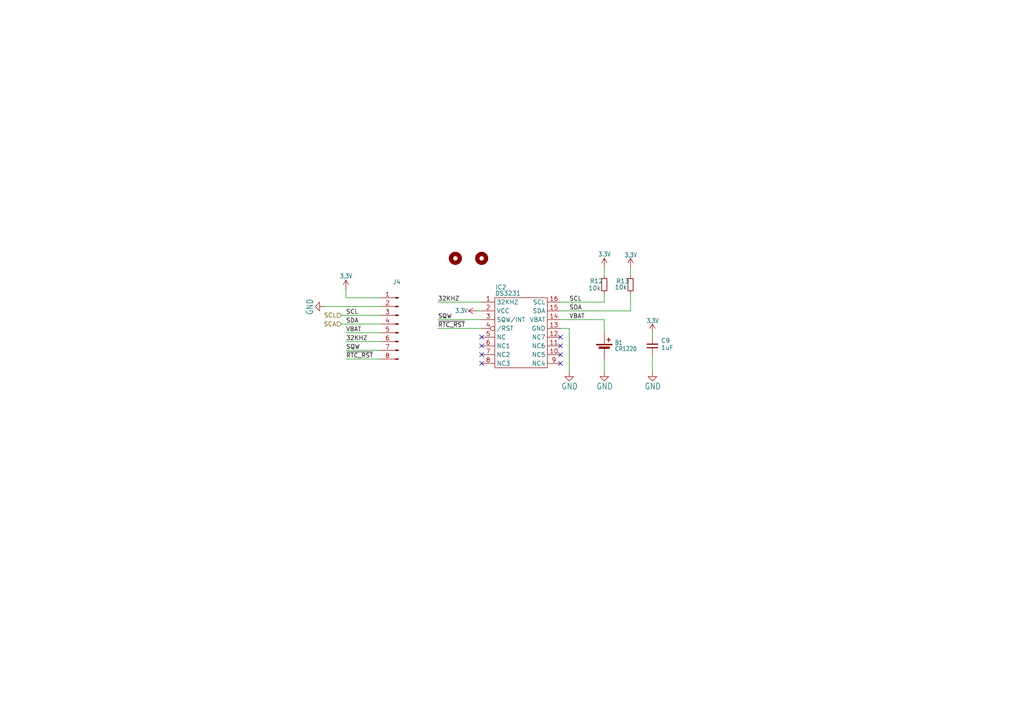
<source format=kicad_sch>
(kicad_sch (version 20231120) (generator "eeschema") (generator_version "8.0")
  (paper "A4")
  (lib_symbols
    (symbol "Connector:Conn_01x08_Pin" (pin_names (offset 1.016) hide)
      (property "Reference" "J" (at 0 10.16 0))
      (property "Value" "Conn_01x08_Pin" (at 0 -12.7 0))
      (symbol "Conn_01x08_Pin_1_1"
        (polyline (pts (xy 1.27 -10.16) (xy 0.8636 -10.16)) (stroke (width 0.1524)))
        (polyline (pts (xy 1.27 -7.62) (xy 0.8636 -7.62)) (stroke (width 0.1524)))
        (polyline (pts (xy 1.27 -5.08) (xy 0.8636 -5.08)) (stroke (width 0.1524)))
        (polyline (pts (xy 1.27 -2.54) (xy 0.8636 -2.54)) (stroke (width 0.1524)))
        (polyline (pts (xy 1.27 0) (xy 0.8636 0)) (stroke (width 0.1524)))
        (polyline (pts (xy 1.27 2.54) (xy 0.8636 2.54)) (stroke (width 0.1524)))
        (polyline (pts (xy 1.27 5.08) (xy 0.8636 5.08)) (stroke (width 0.1524)))
        (polyline (pts (xy 1.27 7.62) (xy 0.8636 7.62)) (stroke (width 0.1524)))
        (rectangle (start 0.8636 -10.033) (end 0 -10.287) (stroke (width 0.1524)) (fill (type outline)))
        (rectangle (start 0.8636 -7.493) (end 0 -7.747) (stroke (width 0.1524)) (fill (type outline)))
        (rectangle (start 0.8636 -4.953) (end 0 -5.207) (stroke (width 0.1524)) (fill (type outline)))
        (rectangle (start 0.8636 -2.413) (end 0 -2.667) (stroke (width 0.1524)) (fill (type outline)))
        (rectangle (start 0.8636 0.127) (end 0 -0.127) (stroke (width 0.1524)) (fill (type outline)))
        (rectangle (start 0.8636 2.667) (end 0 2.413) (stroke (width 0.1524)) (fill (type outline)))
        (rectangle (start 0.8636 5.207) (end 0 4.953) (stroke (width 0.1524)) (fill (type outline)))
        (rectangle (start 0.8636 7.747) (end 0 7.493) (stroke (width 0.1524)) (fill (type outline)))
        (pin passive line (at 5.08 7.62 180) (length 3.81) (name "Pin_1") (number "1"))
        (pin passive line (at 5.08 5.08 180) (length 3.81) (name "Pin_2") (number "2"))
        (pin passive line (at 5.08 2.54 180) (length 3.81) (name "Pin_3") (number "3"))
        (pin passive line (at 5.08 0 180) (length 3.81) (name "Pin_4") (number "4"))
        (pin passive line (at 5.08 -2.54 180) (length 3.81) (name "Pin_5") (number "5"))
        (pin passive line (at 5.08 -5.08 180) (length 3.81) (name "Pin_6") (number "6"))
        (pin passive line (at 5.08 -7.62 180) (length 3.81) (name "Pin_7") (number "7"))
        (pin passive line (at 5.08 -10.16 180) (length 3.81) (name "Pin_8") (number "8"))
      )
    )
    (symbol "Device:Battery_Cell" (pin_numbers hide) (pin_names (offset 0) hide)
      (property "Reference" "BT" (at 2.54 2.54 0))
      (property "Value" "Battery_Cell" (at 2.54 0 0))
      (symbol "Battery_Cell_0_1"
        (rectangle (start -2.286 1.778) (end 2.286 1.524) (fill (type outline)))
        (rectangle (start -1.524 1.016) (end 1.524 0.508) (fill (type outline)))
        (polyline (pts (xy 0 0.762) (xy 0 0)))
        (polyline (pts (xy 0 1.778) (xy 0 2.54)))
        (polyline (pts (xy 0.762 3.048) (xy 1.778 3.048)) (stroke (width 0.254)))
        (polyline (pts (xy 1.27 3.556) (xy 1.27 2.54)) (stroke (width 0.254)))
      )
      (symbol "Battery_Cell_1_1"
        (pin passive line (at 0 5.08 270) (length 2.54) (name "+") (number "1"))
        (pin passive line (at 0 -2.54 90) (length 2.54) (name "-") (number "2"))
      )
    )
    (symbol "Device:C_Small" (pin_numbers hide) (pin_names (offset 0.254) hide)
      (property "Reference" "C" (at 0.254 1.778 0))
      (property "Value" "C_Small" (at 0.254 -2.032 0))
      (symbol "C_Small_0_1"
        (polyline (pts (xy -1.524 -0.508) (xy 1.524 -0.508)) (stroke (width 0.3302)))
        (polyline (pts (xy -1.524 0.508) (xy 1.524 0.508)) (stroke (width 0.3048)))
      )
      (symbol "C_Small_1_1"
        (pin passive line (at 0 2.54 270) (length 2.032) (name "~") (number "1"))
        (pin passive line (at 0 -2.54 90) (length 2.032) (name "~") (number "2"))
      )
    )
    (symbol "Device:R_Small" (pin_numbers hide) (pin_names (offset 0.254) hide)
      (property "Reference" "R" (at 0.762 0.508 0))
      (property "Value" "R_Small" (at 0.762 -1.016 0))
      (symbol "R_Small_0_1"
        (rectangle (start -0.762 1.778) (end 0.762 -1.778) (stroke (width 0.2032)))
      )
      (symbol "R_Small_1_1"
        (pin passive line (at 0 2.54 270) (length 0.762) (name "~") (number "1"))
        (pin passive line (at 0 -2.54 90) (length 0.762) (name "~") (number "2"))
      )
    )
    (symbol "Mechanical:MountingHole" (pin_names (offset 1.016))
      (property "Reference" "H" (at 0 5.08 0))
      (property "Value" "MountingHole" (at 0 3.175 0))
      (symbol "MountingHole_0_1"
        (circle (center 0 0) (radius 1.27) (stroke (width 1.27)))
      )
    )
    (symbol "external_library:DS3231"
      (property "Reference" "IC" (at 1.016 23.368 0))
      (property "Value" "DS3231" (at 3.556 21.336 0))
      (symbol "DS3231_0_1"
        (rectangle (start 0 20.32) (end 15.24 0))
      )
      (symbol "DS3231_1_0"
        (pin passive line (at -3.81 19.05 0) (length 3.81) (name "32KHZ") (number "1"))
        (pin passive line (at 19.05 3.81 180) (length 3.81) (name "NC5") (number "10"))
        (pin passive line (at 19.05 6.35 180) (length 3.81) (name "NC6") (number "11"))
        (pin passive line (at 19.05 8.89 180) (length 3.81) (name "NC7") (number "12"))
        (pin passive line (at 19.05 11.43 180) (length 3.81) (name "GND") (number "13"))
        (pin passive line (at 19.05 13.97 180) (length 3.81) (name "VBAT") (number "14"))
        (pin passive line (at 19.05 16.51 180) (length 3.81) (name "SDA") (number "15"))
        (pin passive line (at 19.05 19.05 180) (length 3.81) (name "SCL") (number "16"))
        (pin passive line (at -3.81 16.51 0) (length 3.81) (name "VCC") (number "2"))
        (pin passive line (at -3.81 13.97 0) (length 3.81) (name "SQW/INT") (number "3"))
        (pin passive inverted (at -3.81 11.43 0) (length 3.81) (name "/RST") (number "4"))
        (pin passive line (at -3.81 8.89 0) (length 3.81) (name "NC") (number "5"))
        (pin passive line (at -3.81 6.35 0) (length 3.81) (name "NC1") (number "6"))
        (pin passive line (at -3.81 3.81 0) (length 3.81) (name "NC2") (number "7"))
        (pin passive line (at -3.81 1.27 0) (length 3.81) (name "NC3") (number "8"))
        (pin passive line (at 19.05 1.27 180) (length 3.81) (name "NC4") (number "9"))
      )
    )
    (symbol "power:+3.3V" (power) (pin_numbers hide) (pin_names (offset 0) hide)
      (property "Value" "+3.3V" (at 0 3.556 0))
      (symbol "+3.3V_0_1"
        (polyline (pts (xy -0.762 1.27) (xy 0 2.54)))
        (polyline (pts (xy 0 0) (xy 0 2.54)))
        (polyline (pts (xy 0 2.54) (xy 0.762 1.27)))
      )
      (symbol "+3.3V_1_1"
        (pin power_in line (at 0 0 90) (length 0) (name "~") (number "1"))
      )
    )
    (symbol "power:GND" (power) (pin_numbers hide) (pin_names (offset 0) hide)
      (property "Value" "GND" (at 0 -3.81 0))
      (symbol "GND_0_1"
        (polyline (pts (xy 0 0) (xy 0 -1.27) (xy 1.27 -1.27) (xy 0 -2.54) (xy -1.27 -1.27) (xy 0 -1.27)))
      )
      (symbol "GND_1_1"
        (pin power_in line (at 0 0 270) (length 0) (name "~") (number "1"))
      )
    )
  )
  (no_connect (at 139.7 105.41))
  (no_connect (at 162.56 97.79))
  (no_connect (at 162.56 102.87))
  (no_connect (at 139.7 102.87))
  (no_connect (at 139.7 97.79))
  (no_connect (at 162.56 105.41))
  (no_connect (at 162.56 100.33))
  (no_connect (at 139.7 100.33))
  (wire (pts (xy 182.88 90.17) (xy 182.88 87.63)) (stroke (width 0.1524)))
  (wire (pts (xy 162.56 92.71) (xy 175.26 92.71)) (stroke (width 0.1524)))
  (wire (pts (xy 110.49 104.14) (xy 100.33 104.14)) (stroke (width 0.1524)))
  (wire (pts (xy 93.98 88.9) (xy 110.49 88.9)) (stroke (width 0.1524)))
  (wire (pts (xy 182.88 85.09) (xy 182.88 87.63)))
  (wire (pts (xy 99.06 91.44) (xy 100.33 91.44)))
  (wire (pts (xy 110.49 96.52) (xy 100.33 96.52)) (stroke (width 0.1524)))
  (wire (pts (xy 138.43 90.17) (xy 139.7 90.17)))
  (wire (pts (xy 162.56 87.63) (xy 175.26 87.63)) (stroke (width 0.1524)))
  (wire (pts (xy 100.33 86.36) (xy 110.49 86.36)) (stroke (width 0.1524)))
  (wire (pts (xy 127 95.25) (xy 139.7 95.25)) (stroke (width 0.1524)))
  (wire (pts (xy 175.26 85.09) (xy 175.26 87.63)))
  (wire (pts (xy 182.88 77.47) (xy 182.88 80.01)))
  (wire (pts (xy 100.33 93.98) (xy 110.49 93.98)) (stroke (width 0.1524)))
  (wire (pts (xy 127 92.71) (xy 139.7 92.71)) (stroke (width 0.1524)))
  (wire (pts (xy 100.33 99.06) (xy 110.49 99.06)) (stroke (width 0.1524)))
  (wire (pts (xy 110.49 101.6) (xy 100.33 101.6)) (stroke (width 0.1524)))
  (wire (pts (xy 175.26 104.14) (xy 175.26 107.95)))
  (wire (pts (xy 162.56 90.17) (xy 182.88 90.17)) (stroke (width 0.1524)))
  (wire (pts (xy 110.49 91.44) (xy 100.33 91.44)) (stroke (width 0.1524)))
  (wire (pts (xy 189.23 102.87) (xy 189.23 107.95)))
  (wire (pts (xy 127 87.63) (xy 139.7 87.63)) (stroke (width 0.1524)))
  (wire (pts (xy 100.33 83.82) (xy 100.33 86.36)) (stroke (width 0.1524)))
  (wire (pts (xy 175.26 92.71) (xy 175.26 96.52)))
  (wire (pts (xy 175.26 77.47) (xy 175.26 80.01)))
  (wire (pts (xy 99.06 93.98) (xy 100.33 93.98)))
  (wire (pts (xy 165.1 95.25) (xy 165.1 107.95)) (stroke (width 0.1524)))
  (wire (pts (xy 162.56 95.25) (xy 165.1 95.25)) (stroke (width 0.1524)))
  (wire (pts (xy 189.23 96.52) (xy 189.23 97.79)))
  (label "VBAT" (at 165.1 92.71 0) (effects (font (size 1.2446 1.2446))))
  (label "~{RTC_RST}" (at 127 95.25 0) (effects (font (size 1.2446 1.2446))))
  (label "~{RTC_RST}" (at 100.33 104.14 0) (effects (font (size 1.2446 1.2446))))
  (label "SDA" (at 165.1 90.17 0) (effects (font (size 1.2446 1.2446))))
  (label "VBAT" (at 100.33 96.52 0) (effects (font (size 1.2446 1.2446))))
  (label "32KHZ" (at 127 87.63 0) (effects (font (size 1.2446 1.2446))))
  (label "SQW" (at 100.33 101.6 0) (effects (font (size 1.2446 1.2446))))
  (label "SDA" (at 100.33 93.98 0) (effects (font (size 1.2446 1.2446))))
  (label "SCL" (at 165.1 87.63 0) (effects (font (size 1.2446 1.2446))))
  (label "SQW" (at 127 92.71 0) (effects (font (size 1.2446 1.2446))))
  (label "SCL" (at 100.33 91.44 0) (effects (font (size 1.2446 1.2446))))
  (label "32KHZ" (at 100.33 99.06 0) (effects (font (size 1.2446 1.2446))))
  (hierarchical_label "SCL" (shape input) (at 99.06 91.44 180))
  (hierarchical_label "SCA" (shape input) (at 99.06 93.98 180))
  (symbol (lib_id "Device:R_Small") (at 182.88 82.55 0) (unit 1)
    (property "Reference" "R13" (at 180.594 81.534 0))
    (property "Value" "10k" (at 180.086 83.312 0))
    (property "Footprint" "Resistor_SMD:R_0805_2012Metric" (effects (hide yes)))
    (property "Description" "SMD Chip Resistor, 10 kohm, ± 1%, 125 mW, 0805 [2012 Metric], Thick Film, General Purpose" (effects (hide yes)))
    (property "Manufacturer" "/" (effects (hide yes)))
    (property "MPN" "/" (effects (hide yes)))
    (property "Supplier" "Eurocircuits" (effects (hide yes)))
    (property "SPN" "GPR080510K" (effects (hide yes)))
    (property "Component package type" "R_0805" (effects (hide yes)))
  )
  (symbol (lib_id "Mechanical:MountingHole") (at 139.7 74.93 0) (unit 1) (in_bom no)
    (property "Reference" "U$6" (effects (hide yes)))
    (property "Value" "MOUNTINGHOLE2.5" (effects (hide yes)))
    (property "Footprint" "MountingHole:MountingHole_2.5mm" (effects (hide yes)))
    (property "Description" "Mounting Hole without connection" (effects (hide yes)))
  )
  (symbol (lib_id "power:GND") (at 165.1 107.95 0) (mirror y) (unit 1)
    (property "Reference" "#GND03" (effects (hide yes)))
    (property "Value" "GND" (at 167.64 113.03 0) (effects (font (size 1.778 1.5113)) (justify left bottom)))
    (property "Description" "Power symbol creates a global label with name \"GND\" , ground" (effects (hide yes)))
  )
  (symbol (lib_id "power:+3.3V") (at 189.23 96.52 0) (unit 1)
    (property "Reference" "#U$037" (effects (hide yes)))
    (property "Value" "3.3V" (at 187.452 93.726 0) (effects (font (size 1.27 1.0795)) (justify left bottom)))
    (property "Description" "Power symbol creates a global label with name \"+3.3V\"" (effects (hide yes)))
  )
  (symbol (lib_id "Mechanical:MountingHole") (at 132.08 74.93 0) (unit 1) (in_bom no)
    (property "Reference" "U$5" (effects (hide yes)))
    (property "Value" "MOUNTINGHOLE2.5" (effects (hide yes)))
    (property "Footprint" "MountingHole:MountingHole_2.5mm" (effects (hide yes)))
    (property "Description" "Mounting Hole without connection" (effects (hide yes)))
  )
  (symbol (lib_id "Device:R_Small") (at 175.26 82.55 0) (unit 1)
    (property "Reference" "R12" (at 172.974 81.534 0))
    (property "Value" "10k" (at 172.466 83.566 0))
    (property "Footprint" "Resistor_SMD:R_0805_2012Metric" (effects (hide yes)))
    (property "Description" "SMD Chip Resistor, 10 kohm, ± 1%, 125 mW, 0805 [2012 Metric], Thick Film, General Purpose" (effects (hide yes)))
    (property "Manufacturer" "/" (effects (hide yes)))
    (property "MPN" "/" (effects (hide yes)))
    (property "Supplier" "Eurocircuits" (effects (hide yes)))
    (property "SPN" "GPR080510K" (effects (hide yes)))
    (property "Component package type" "R_0805" (effects (hide yes)))
  )
  (symbol (lib_id "power:GND") (at 175.26 107.95 0) (mirror y) (unit 1)
    (property "Reference" "#GND04" (effects (hide yes)))
    (property "Value" "GND" (at 177.8 113.03 0) (effects (font (size 1.778 1.5113)) (justify left bottom)))
    (property "Description" "Power symbol creates a global label with name \"GND\" , ground" (effects (hide yes)))
  )
  (symbol (lib_id "external_library:DS3231") (at 143.51 106.68 0) (unit 1)
    (property "Reference" "IC2" (at 145.288 83.312 0))
    (property "Value" "DS3231" (at 147.32 85.09 0))
    (property "Footprint" "Package_SO:SOIC-16W_7.5x10.3mm_P1.27mm" (effects (hide yes)))
    (property "Description" "IC RTC CLK/CALENDAR I2C 16SOIC" (effects (hide yes)))
    (property "Manufacturer" "Analog Devices Inc./Maxim Integrated" (effects (hide yes)))
    (property "MPN" "DS3231M+TRL" (effects (hide yes)))
    (property "Supplier" "DigiKey" (effects (hide yes)))
    (property "SPN" "DS3231M+TRLTR-ND - Tape & Reel (TR)" (effects (hide yes)))
    (property "Component package type" "/" (effects (hide yes)))
  )
  (symbol (lib_id "power:+3.3V") (at 100.33 83.82 0) (unit 1)
    (property "Reference" "#U$035" (effects (hide yes)))
    (property "Value" "3.3V" (at 98.552 80.772 0) (effects (font (size 1.27 1.0795)) (justify left bottom)))
    (property "Description" "Power symbol creates a global label with name \"+3.3V\"" (effects (hide yes)))
  )
  (symbol (lib_id "power:+3.3V") (at 182.88 77.47 0) (unit 1)
    (property "Reference" "#U$034" (effects (hide yes)))
    (property "Value" "3.3V" (at 181.102 74.676 0) (effects (font (size 1.27 1.0795)) (justify left bottom)))
    (property "Description" "Power symbol creates a global label with name \"+3.3V\"" (effects (hide yes)))
  )
  (symbol (lib_id "power:+3.3V") (at 138.43 90.17 90) (unit 1)
    (property "Reference" "#U$036" (effects (hide yes)))
    (property "Value" "3.3V" (at 135.636 89.408 90) (effects (font (size 1.27 1.0795)) (justify left bottom)))
    (property "Description" "Power symbol creates a global label with name \"+3.3V\"" (effects (hide yes)))
  )
  (symbol (lib_id "power:+3.3V") (at 175.26 77.47 0) (unit 1)
    (property "Reference" "#U$033" (effects (hide yes)))
    (property "Value" "3.3V" (at 173.482 74.422 0) (effects (font (size 1.27 1.0795)) (justify left bottom)))
    (property "Description" "Power symbol creates a global label with name \"+3.3V\"" (effects (hide yes)))
  )
  (symbol (lib_id "power:GND") (at 93.98 88.9 270) (mirror x) (unit 1)
    (property "Reference" "#GND02" (effects (hide yes)))
    (property "Value" "GND" (at 88.9 91.44 0) (effects (font (size 1.778 1.5113)) (justify left bottom)))
    (property "Description" "Power symbol creates a global label with name \"GND\" , ground" (effects (hide yes)))
  )
  (symbol (lib_id "Connector:Conn_01x08_Pin") (at 115.57 93.98 0) (mirror y) (unit 1)
    (property "Reference" "J4" (at 115.062 81.788 0))
    (property "Value" "Conn_01x08_Pin" (effects (hide yes)))
    (property "Footprint" "Connector_PinHeader_2.54mm:PinHeader_1x08_P2.54mm_Vertical" (effects (hide yes)))
    (property "Description" "CONN HEADER VERT 8POS 2.54MM" (effects (hide yes)))
    (property "Manufacturer" "Samtec Inc." (effects (hide yes)))
    (property "MPN" "TSW-108-23-G-S" (effects (hide yes)))
    (property "Supplier" "DigiKey" (effects (hide yes)))
    (property "SPN" "612-TSW-108-23-G-S-ND" (effects (hide yes)))
    (property "Component package type" "/" (effects (hide yes)))
  )
  (symbol (lib_id "Device:Battery_Cell") (at 175.26 101.6 0) (unit 1) (in_bom no)
    (property "Reference" "B1" (at 178.308 100.076 0) (effects (font (size 1.27 1.0795)) (justify left bottom)))
    (property "Value" "CR1220" (at 178.308 101.854 0) (effects (font (size 1.27 1.0795)) (justify left bottom)))
    (property "Footprint" "external_footprints:CR1220-SMD" (effects (hide yes)))
    (property "Description" "BATT RETAIN COIN 1 CELL PC PIN" (effects (hide yes)))
    (property "Manufacturer" "Keystone Electronics" (effects (hide yes)))
    (property "MPN" "3001" (effects (hide yes)))
    (property "Supplier" "DigiKey" (effects (hide yes)))
    (property "SPN" "36-3001-ND" (effects (hide yes)))
    (property "Component package type" "/" (effects (hide yes)))
  )
  (symbol (lib_id "power:GND") (at 189.23 107.95 0) (mirror y) (unit 1)
    (property "Reference" "#GND05" (effects (hide yes)))
    (property "Value" "GND" (at 191.77 113.03 0) (effects (font (size 1.778 1.5113)) (justify left bottom)))
    (property "Description" "Power symbol creates a global label with name \"GND\" , ground" (effects (hide yes)))
  )
  (symbol (lib_id "Device:C_Small") (at 189.23 100.33 180) (unit 1)
    (property "Reference" "C9" (at 193.04 98.806 0))
    (property "Value" "1uF" (at 193.548 100.838 0))
    (property "Footprint" "Capacitor_SMD:C_0805_2012Metric" (effects (hide yes)))
    (property "Description" "1µF ±10% 50V Ceramic Capacitor X7R 0805 (2012 Metric)" (effects (hide yes)))
    (property "Manufacturer" "/" (effects (hide yes)))
    (property "MPN" "/" (effects (hide yes)))
    (property "Supplier" "Eurocircuits" (effects (hide yes)))
    (property "SPN" "GPC0805105" (effects (hide yes)))
    (property "Component package type" "C_0805" (effects (hide yes)))
  )
)
</source>
